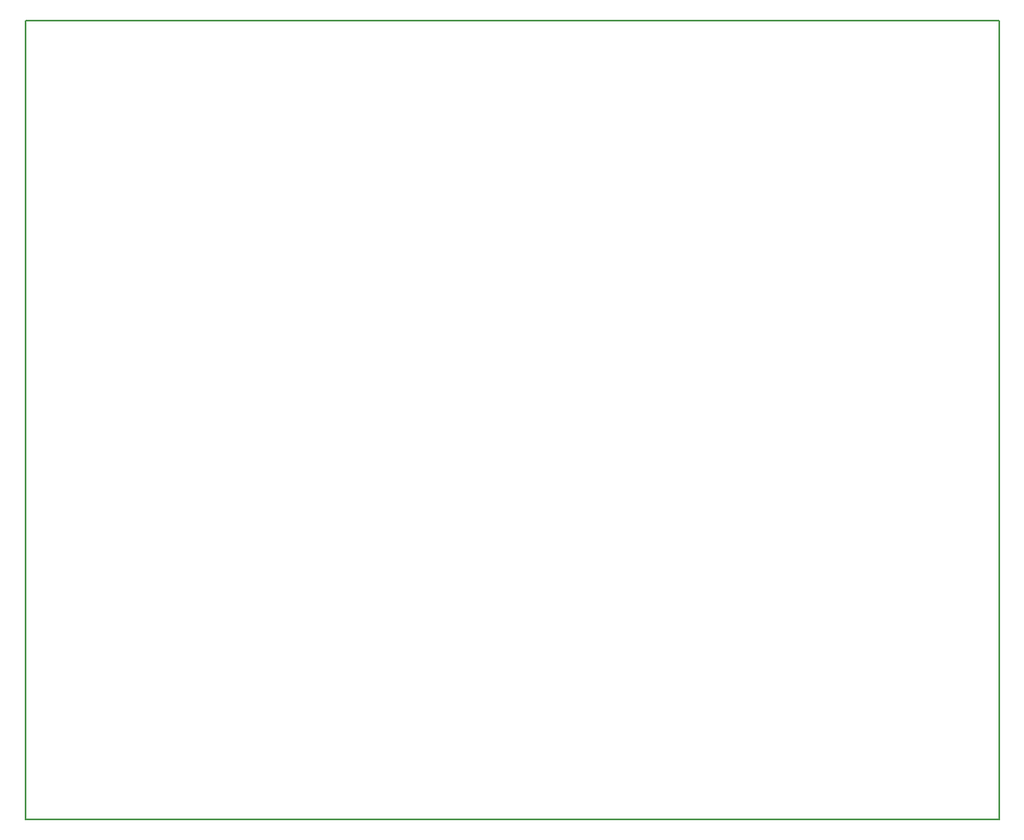
<source format=gbr>
%TF.GenerationSoftware,KiCad,Pcbnew,(5.0.0)*%
%TF.CreationDate,2019-05-29T21:43:56+03:00*%
%TF.ProjectId,Telemetry,54656C656D657472792E6B696361645F,0.1*%
%TF.SameCoordinates,Original*%
%TF.FileFunction,Profile,NP*%
%FSLAX46Y46*%
G04 Gerber Fmt 4.6, Leading zero omitted, Abs format (unit mm)*
G04 Created by KiCad (PCBNEW (5.0.0)) date 05/29/19 21:43:56*
%MOMM*%
%LPD*%
G01*
G04 APERTURE LIST*
%ADD10C,0.200000*%
G04 APERTURE END LIST*
D10*
X60000000Y-120000000D02*
X60000000Y-38000000D01*
X160000000Y-120000000D02*
X60000000Y-120000000D01*
X160000000Y-38000000D02*
X160000000Y-120000000D01*
X60000000Y-38000000D02*
X160000000Y-38000000D01*
M02*

</source>
